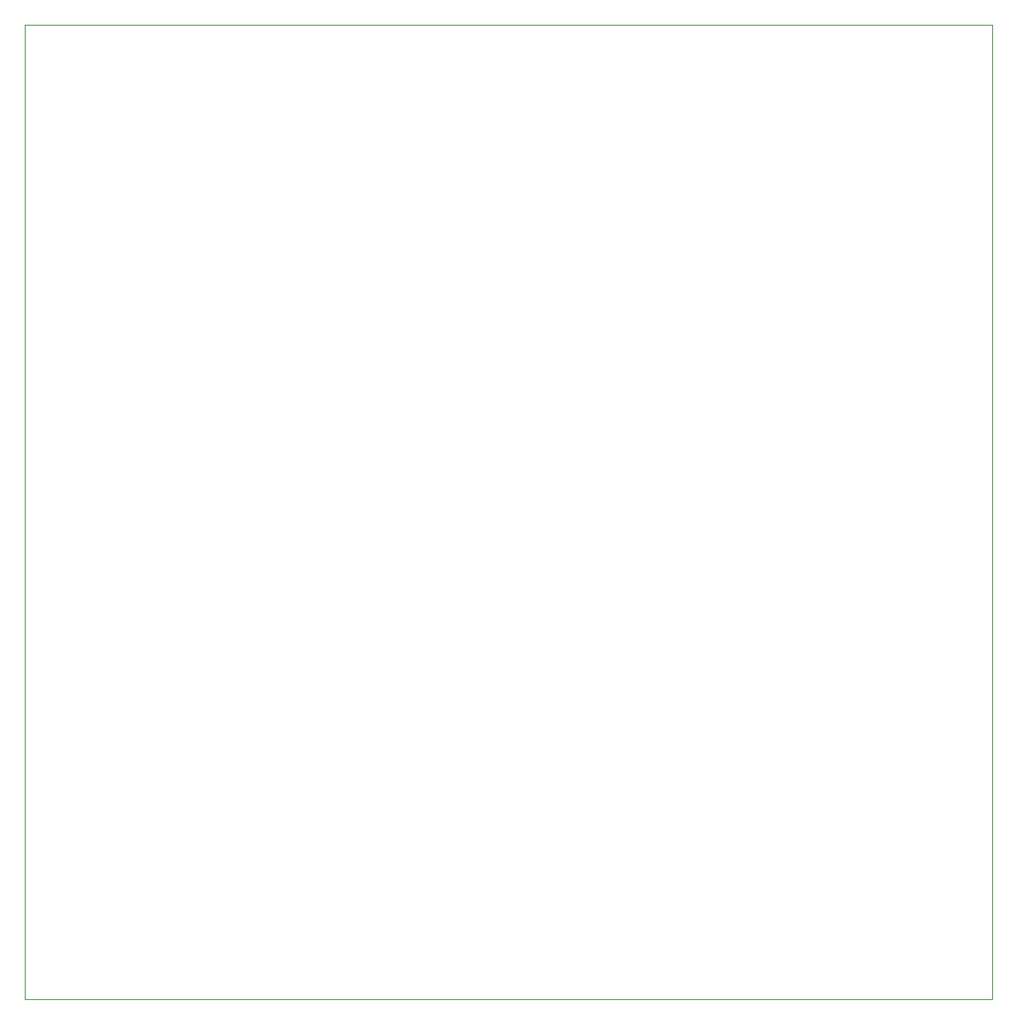
<source format=gbr>
G04 #@! TF.GenerationSoftware,KiCad,Pcbnew,(5.1.5)-3*
G04 #@! TF.CreationDate,2020-03-17T19:19:52+01:00*
G04 #@! TF.ProjectId,DykoDAC,44796b6f-4441-4432-9e6b-696361645f70,rev?*
G04 #@! TF.SameCoordinates,Original*
G04 #@! TF.FileFunction,Profile,NP*
%FSLAX46Y46*%
G04 Gerber Fmt 4.6, Leading zero omitted, Abs format (unit mm)*
G04 Created by KiCad (PCBNEW (5.1.5)-3) date 2020-03-17 19:19:52*
%MOMM*%
%LPD*%
G04 APERTURE LIST*
%ADD10C,0.100000*%
G04 APERTURE END LIST*
D10*
X147193000Y-139700000D02*
X48056800Y-139700000D01*
X147180300Y-39928800D02*
X147193000Y-139700000D01*
X48031400Y-39878000D02*
X147180300Y-39928800D01*
X48056800Y-139700000D02*
X48031400Y-39878000D01*
M02*

</source>
